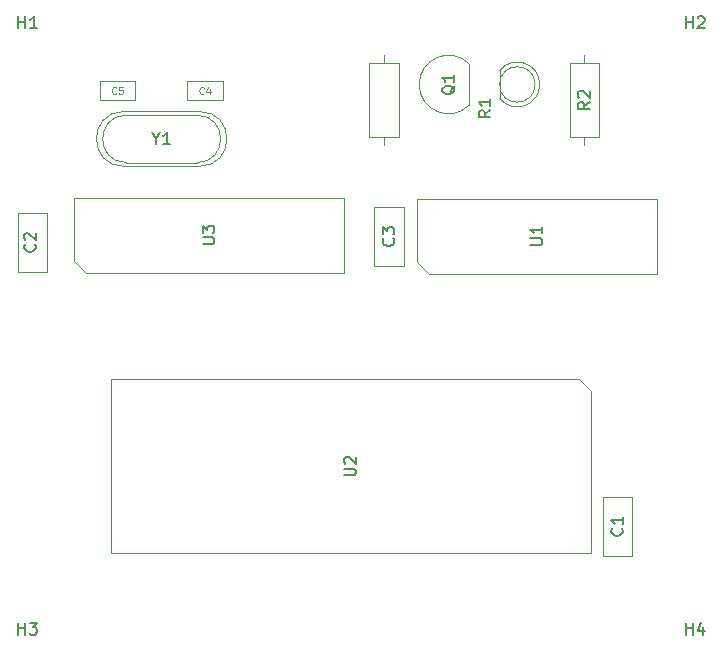
<source format=gbr>
%TF.GenerationSoftware,KiCad,Pcbnew,7.0.11-7.0.11~ubuntu22.04.1*%
%TF.CreationDate,2024-10-25T18:54:13-04:00*%
%TF.ProjectId,colecovision_multicart,636f6c65-636f-4766-9973-696f6e5f6d75,rev?*%
%TF.SameCoordinates,Original*%
%TF.FileFunction,AssemblyDrawing,Top*%
%FSLAX46Y46*%
G04 Gerber Fmt 4.6, Leading zero omitted, Abs format (unit mm)*
G04 Created by KiCad (PCBNEW 7.0.11-7.0.11~ubuntu22.04.1) date 2024-10-25 18:54:13*
%MOMM*%
%LPD*%
G01*
G04 APERTURE LIST*
%ADD10C,0.090000*%
%ADD11C,0.150000*%
%ADD12C,0.100000*%
G04 APERTURE END LIST*
D10*
X125279375Y-67182748D02*
X125250803Y-67211320D01*
X125250803Y-67211320D02*
X125165089Y-67239891D01*
X125165089Y-67239891D02*
X125107946Y-67239891D01*
X125107946Y-67239891D02*
X125022232Y-67211320D01*
X125022232Y-67211320D02*
X124965089Y-67154177D01*
X124965089Y-67154177D02*
X124936518Y-67097034D01*
X124936518Y-67097034D02*
X124907946Y-66982748D01*
X124907946Y-66982748D02*
X124907946Y-66897034D01*
X124907946Y-66897034D02*
X124936518Y-66782748D01*
X124936518Y-66782748D02*
X124965089Y-66725605D01*
X124965089Y-66725605D02*
X125022232Y-66668462D01*
X125022232Y-66668462D02*
X125107946Y-66639891D01*
X125107946Y-66639891D02*
X125165089Y-66639891D01*
X125165089Y-66639891D02*
X125250803Y-66668462D01*
X125250803Y-66668462D02*
X125279375Y-66697034D01*
X125793661Y-66839891D02*
X125793661Y-67239891D01*
X125650803Y-66611320D02*
X125507946Y-67039891D01*
X125507946Y-67039891D02*
X125879375Y-67039891D01*
D11*
X160684380Y-104001866D02*
X160732000Y-104049485D01*
X160732000Y-104049485D02*
X160779619Y-104192342D01*
X160779619Y-104192342D02*
X160779619Y-104287580D01*
X160779619Y-104287580D02*
X160732000Y-104430437D01*
X160732000Y-104430437D02*
X160636761Y-104525675D01*
X160636761Y-104525675D02*
X160541523Y-104573294D01*
X160541523Y-104573294D02*
X160351047Y-104620913D01*
X160351047Y-104620913D02*
X160208190Y-104620913D01*
X160208190Y-104620913D02*
X160017714Y-104573294D01*
X160017714Y-104573294D02*
X159922476Y-104525675D01*
X159922476Y-104525675D02*
X159827238Y-104430437D01*
X159827238Y-104430437D02*
X159779619Y-104287580D01*
X159779619Y-104287580D02*
X159779619Y-104192342D01*
X159779619Y-104192342D02*
X159827238Y-104049485D01*
X159827238Y-104049485D02*
X159874857Y-104001866D01*
X160779619Y-103049485D02*
X160779619Y-103620913D01*
X160779619Y-103335199D02*
X159779619Y-103335199D01*
X159779619Y-103335199D02*
X159922476Y-103430437D01*
X159922476Y-103430437D02*
X160017714Y-103525675D01*
X160017714Y-103525675D02*
X160065333Y-103620913D01*
X110976580Y-79948066D02*
X111024200Y-79995685D01*
X111024200Y-79995685D02*
X111071819Y-80138542D01*
X111071819Y-80138542D02*
X111071819Y-80233780D01*
X111071819Y-80233780D02*
X111024200Y-80376637D01*
X111024200Y-80376637D02*
X110928961Y-80471875D01*
X110928961Y-80471875D02*
X110833723Y-80519494D01*
X110833723Y-80519494D02*
X110643247Y-80567113D01*
X110643247Y-80567113D02*
X110500390Y-80567113D01*
X110500390Y-80567113D02*
X110309914Y-80519494D01*
X110309914Y-80519494D02*
X110214676Y-80471875D01*
X110214676Y-80471875D02*
X110119438Y-80376637D01*
X110119438Y-80376637D02*
X110071819Y-80233780D01*
X110071819Y-80233780D02*
X110071819Y-80138542D01*
X110071819Y-80138542D02*
X110119438Y-79995685D01*
X110119438Y-79995685D02*
X110167057Y-79948066D01*
X110167057Y-79567113D02*
X110119438Y-79519494D01*
X110119438Y-79519494D02*
X110071819Y-79424256D01*
X110071819Y-79424256D02*
X110071819Y-79186161D01*
X110071819Y-79186161D02*
X110119438Y-79090923D01*
X110119438Y-79090923D02*
X110167057Y-79043304D01*
X110167057Y-79043304D02*
X110262295Y-78995685D01*
X110262295Y-78995685D02*
X110357533Y-78995685D01*
X110357533Y-78995685D02*
X110500390Y-79043304D01*
X110500390Y-79043304D02*
X111071819Y-79614732D01*
X111071819Y-79614732D02*
X111071819Y-78995685D01*
X166116095Y-61668819D02*
X166116095Y-60668819D01*
X166116095Y-61145009D02*
X166687523Y-61145009D01*
X166687523Y-61668819D02*
X166687523Y-60668819D01*
X167116095Y-60764057D02*
X167163714Y-60716438D01*
X167163714Y-60716438D02*
X167258952Y-60668819D01*
X167258952Y-60668819D02*
X167497047Y-60668819D01*
X167497047Y-60668819D02*
X167592285Y-60716438D01*
X167592285Y-60716438D02*
X167639904Y-60764057D01*
X167639904Y-60764057D02*
X167687523Y-60859295D01*
X167687523Y-60859295D02*
X167687523Y-60954533D01*
X167687523Y-60954533D02*
X167639904Y-61097390D01*
X167639904Y-61097390D02*
X167068476Y-61668819D01*
X167068476Y-61668819D02*
X167687523Y-61668819D01*
X146557257Y-66516238D02*
X146509638Y-66611476D01*
X146509638Y-66611476D02*
X146414400Y-66706714D01*
X146414400Y-66706714D02*
X146271542Y-66849571D01*
X146271542Y-66849571D02*
X146223923Y-66944809D01*
X146223923Y-66944809D02*
X146223923Y-67040047D01*
X146462019Y-66992428D02*
X146414400Y-67087666D01*
X146414400Y-67087666D02*
X146319161Y-67182904D01*
X146319161Y-67182904D02*
X146128685Y-67230523D01*
X146128685Y-67230523D02*
X145795352Y-67230523D01*
X145795352Y-67230523D02*
X145604876Y-67182904D01*
X145604876Y-67182904D02*
X145509638Y-67087666D01*
X145509638Y-67087666D02*
X145462019Y-66992428D01*
X145462019Y-66992428D02*
X145462019Y-66801952D01*
X145462019Y-66801952D02*
X145509638Y-66706714D01*
X145509638Y-66706714D02*
X145604876Y-66611476D01*
X145604876Y-66611476D02*
X145795352Y-66563857D01*
X145795352Y-66563857D02*
X146128685Y-66563857D01*
X146128685Y-66563857D02*
X146319161Y-66611476D01*
X146319161Y-66611476D02*
X146414400Y-66706714D01*
X146414400Y-66706714D02*
X146462019Y-66801952D01*
X146462019Y-66801952D02*
X146462019Y-66992428D01*
X146462019Y-65611476D02*
X146462019Y-66182904D01*
X146462019Y-65897190D02*
X145462019Y-65897190D01*
X145462019Y-65897190D02*
X145604876Y-65992428D01*
X145604876Y-65992428D02*
X145700114Y-66087666D01*
X145700114Y-66087666D02*
X145747733Y-66182904D01*
X149552619Y-68607091D02*
X149076428Y-68940424D01*
X149552619Y-69178519D02*
X148552619Y-69178519D01*
X148552619Y-69178519D02*
X148552619Y-68797567D01*
X148552619Y-68797567D02*
X148600238Y-68702329D01*
X148600238Y-68702329D02*
X148647857Y-68654710D01*
X148647857Y-68654710D02*
X148743095Y-68607091D01*
X148743095Y-68607091D02*
X148885952Y-68607091D01*
X148885952Y-68607091D02*
X148981190Y-68654710D01*
X148981190Y-68654710D02*
X149028809Y-68702329D01*
X149028809Y-68702329D02*
X149076428Y-68797567D01*
X149076428Y-68797567D02*
X149076428Y-69178519D01*
X149552619Y-67654710D02*
X149552619Y-68226138D01*
X149552619Y-67940424D02*
X148552619Y-67940424D01*
X148552619Y-67940424D02*
X148695476Y-68035662D01*
X148695476Y-68035662D02*
X148790714Y-68130900D01*
X148790714Y-68130900D02*
X148838333Y-68226138D01*
D10*
X117893375Y-67182748D02*
X117864803Y-67211320D01*
X117864803Y-67211320D02*
X117779089Y-67239891D01*
X117779089Y-67239891D02*
X117721946Y-67239891D01*
X117721946Y-67239891D02*
X117636232Y-67211320D01*
X117636232Y-67211320D02*
X117579089Y-67154177D01*
X117579089Y-67154177D02*
X117550518Y-67097034D01*
X117550518Y-67097034D02*
X117521946Y-66982748D01*
X117521946Y-66982748D02*
X117521946Y-66897034D01*
X117521946Y-66897034D02*
X117550518Y-66782748D01*
X117550518Y-66782748D02*
X117579089Y-66725605D01*
X117579089Y-66725605D02*
X117636232Y-66668462D01*
X117636232Y-66668462D02*
X117721946Y-66639891D01*
X117721946Y-66639891D02*
X117779089Y-66639891D01*
X117779089Y-66639891D02*
X117864803Y-66668462D01*
X117864803Y-66668462D02*
X117893375Y-66697034D01*
X118436232Y-66639891D02*
X118150518Y-66639891D01*
X118150518Y-66639891D02*
X118121946Y-66925605D01*
X118121946Y-66925605D02*
X118150518Y-66897034D01*
X118150518Y-66897034D02*
X118207661Y-66868462D01*
X118207661Y-66868462D02*
X118350518Y-66868462D01*
X118350518Y-66868462D02*
X118407661Y-66897034D01*
X118407661Y-66897034D02*
X118436232Y-66925605D01*
X118436232Y-66925605D02*
X118464803Y-66982748D01*
X118464803Y-66982748D02*
X118464803Y-67125605D01*
X118464803Y-67125605D02*
X118436232Y-67182748D01*
X118436232Y-67182748D02*
X118407661Y-67211320D01*
X118407661Y-67211320D02*
X118350518Y-67239891D01*
X118350518Y-67239891D02*
X118207661Y-67239891D01*
X118207661Y-67239891D02*
X118150518Y-67211320D01*
X118150518Y-67211320D02*
X118121946Y-67182748D01*
D11*
X157960219Y-67908466D02*
X157484028Y-68241799D01*
X157960219Y-68479894D02*
X156960219Y-68479894D01*
X156960219Y-68479894D02*
X156960219Y-68098942D01*
X156960219Y-68098942D02*
X157007838Y-68003704D01*
X157007838Y-68003704D02*
X157055457Y-67956085D01*
X157055457Y-67956085D02*
X157150695Y-67908466D01*
X157150695Y-67908466D02*
X157293552Y-67908466D01*
X157293552Y-67908466D02*
X157388790Y-67956085D01*
X157388790Y-67956085D02*
X157436409Y-68003704D01*
X157436409Y-68003704D02*
X157484028Y-68098942D01*
X157484028Y-68098942D02*
X157484028Y-68479894D01*
X157055457Y-67527513D02*
X157007838Y-67479894D01*
X157007838Y-67479894D02*
X156960219Y-67384656D01*
X156960219Y-67384656D02*
X156960219Y-67146561D01*
X156960219Y-67146561D02*
X157007838Y-67051323D01*
X157007838Y-67051323D02*
X157055457Y-67003704D01*
X157055457Y-67003704D02*
X157150695Y-66956085D01*
X157150695Y-66956085D02*
X157245933Y-66956085D01*
X157245933Y-66956085D02*
X157388790Y-67003704D01*
X157388790Y-67003704D02*
X157960219Y-67575132D01*
X157960219Y-67575132D02*
X157960219Y-66956085D01*
X137173619Y-99517104D02*
X137983142Y-99517104D01*
X137983142Y-99517104D02*
X138078380Y-99469485D01*
X138078380Y-99469485D02*
X138126000Y-99421866D01*
X138126000Y-99421866D02*
X138173619Y-99326628D01*
X138173619Y-99326628D02*
X138173619Y-99136152D01*
X138173619Y-99136152D02*
X138126000Y-99040914D01*
X138126000Y-99040914D02*
X138078380Y-98993295D01*
X138078380Y-98993295D02*
X137983142Y-98945676D01*
X137983142Y-98945676D02*
X137173619Y-98945676D01*
X137268857Y-98517104D02*
X137221238Y-98469485D01*
X137221238Y-98469485D02*
X137173619Y-98374247D01*
X137173619Y-98374247D02*
X137173619Y-98136152D01*
X137173619Y-98136152D02*
X137221238Y-98040914D01*
X137221238Y-98040914D02*
X137268857Y-97993295D01*
X137268857Y-97993295D02*
X137364095Y-97945676D01*
X137364095Y-97945676D02*
X137459333Y-97945676D01*
X137459333Y-97945676D02*
X137602190Y-97993295D01*
X137602190Y-97993295D02*
X138173619Y-98564723D01*
X138173619Y-98564723D02*
X138173619Y-97945676D01*
X166116095Y-113002219D02*
X166116095Y-112002219D01*
X166116095Y-112478409D02*
X166687523Y-112478409D01*
X166687523Y-113002219D02*
X166687523Y-112002219D01*
X167592285Y-112335552D02*
X167592285Y-113002219D01*
X167354190Y-111954600D02*
X167116095Y-112668885D01*
X167116095Y-112668885D02*
X167735142Y-112668885D01*
X141329580Y-79450066D02*
X141377200Y-79497685D01*
X141377200Y-79497685D02*
X141424819Y-79640542D01*
X141424819Y-79640542D02*
X141424819Y-79735780D01*
X141424819Y-79735780D02*
X141377200Y-79878637D01*
X141377200Y-79878637D02*
X141281961Y-79973875D01*
X141281961Y-79973875D02*
X141186723Y-80021494D01*
X141186723Y-80021494D02*
X140996247Y-80069113D01*
X140996247Y-80069113D02*
X140853390Y-80069113D01*
X140853390Y-80069113D02*
X140662914Y-80021494D01*
X140662914Y-80021494D02*
X140567676Y-79973875D01*
X140567676Y-79973875D02*
X140472438Y-79878637D01*
X140472438Y-79878637D02*
X140424819Y-79735780D01*
X140424819Y-79735780D02*
X140424819Y-79640542D01*
X140424819Y-79640542D02*
X140472438Y-79497685D01*
X140472438Y-79497685D02*
X140520057Y-79450066D01*
X140424819Y-79116732D02*
X140424819Y-78497685D01*
X140424819Y-78497685D02*
X140805771Y-78831018D01*
X140805771Y-78831018D02*
X140805771Y-78688161D01*
X140805771Y-78688161D02*
X140853390Y-78592923D01*
X140853390Y-78592923D02*
X140901009Y-78545304D01*
X140901009Y-78545304D02*
X140996247Y-78497685D01*
X140996247Y-78497685D02*
X141234342Y-78497685D01*
X141234342Y-78497685D02*
X141329580Y-78545304D01*
X141329580Y-78545304D02*
X141377200Y-78592923D01*
X141377200Y-78592923D02*
X141424819Y-78688161D01*
X141424819Y-78688161D02*
X141424819Y-78973875D01*
X141424819Y-78973875D02*
X141377200Y-79069113D01*
X141377200Y-79069113D02*
X141329580Y-79116732D01*
X109601095Y-61668819D02*
X109601095Y-60668819D01*
X109601095Y-61145009D02*
X110172523Y-61145009D01*
X110172523Y-61668819D02*
X110172523Y-60668819D01*
X111172523Y-61668819D02*
X110601095Y-61668819D01*
X110886809Y-61668819D02*
X110886809Y-60668819D01*
X110886809Y-60668819D02*
X110791571Y-60811676D01*
X110791571Y-60811676D02*
X110696333Y-60906914D01*
X110696333Y-60906914D02*
X110601095Y-60954533D01*
X109601095Y-113002219D02*
X109601095Y-112002219D01*
X109601095Y-112478409D02*
X110172523Y-112478409D01*
X110172523Y-113002219D02*
X110172523Y-112002219D01*
X110553476Y-112002219D02*
X111172523Y-112002219D01*
X111172523Y-112002219D02*
X110839190Y-112383171D01*
X110839190Y-112383171D02*
X110982047Y-112383171D01*
X110982047Y-112383171D02*
X111077285Y-112430790D01*
X111077285Y-112430790D02*
X111124904Y-112478409D01*
X111124904Y-112478409D02*
X111172523Y-112573647D01*
X111172523Y-112573647D02*
X111172523Y-112811742D01*
X111172523Y-112811742D02*
X111124904Y-112906980D01*
X111124904Y-112906980D02*
X111077285Y-112954600D01*
X111077285Y-112954600D02*
X110982047Y-113002219D01*
X110982047Y-113002219D02*
X110696333Y-113002219D01*
X110696333Y-113002219D02*
X110601095Y-112954600D01*
X110601095Y-112954600D02*
X110553476Y-112906980D01*
X125184794Y-79946304D02*
X125994317Y-79946304D01*
X125994317Y-79946304D02*
X126089555Y-79898685D01*
X126089555Y-79898685D02*
X126137175Y-79851066D01*
X126137175Y-79851066D02*
X126184794Y-79755828D01*
X126184794Y-79755828D02*
X126184794Y-79565352D01*
X126184794Y-79565352D02*
X126137175Y-79470114D01*
X126137175Y-79470114D02*
X126089555Y-79422495D01*
X126089555Y-79422495D02*
X125994317Y-79374876D01*
X125994317Y-79374876D02*
X125184794Y-79374876D01*
X125184794Y-78993923D02*
X125184794Y-78374876D01*
X125184794Y-78374876D02*
X125565746Y-78708209D01*
X125565746Y-78708209D02*
X125565746Y-78565352D01*
X125565746Y-78565352D02*
X125613365Y-78470114D01*
X125613365Y-78470114D02*
X125660984Y-78422495D01*
X125660984Y-78422495D02*
X125756222Y-78374876D01*
X125756222Y-78374876D02*
X125994317Y-78374876D01*
X125994317Y-78374876D02*
X126089555Y-78422495D01*
X126089555Y-78422495D02*
X126137175Y-78470114D01*
X126137175Y-78470114D02*
X126184794Y-78565352D01*
X126184794Y-78565352D02*
X126184794Y-78851066D01*
X126184794Y-78851066D02*
X126137175Y-78946304D01*
X126137175Y-78946304D02*
X126089555Y-78993923D01*
X152947019Y-80035304D02*
X153756542Y-80035304D01*
X153756542Y-80035304D02*
X153851780Y-79987685D01*
X153851780Y-79987685D02*
X153899400Y-79940066D01*
X153899400Y-79940066D02*
X153947019Y-79844828D01*
X153947019Y-79844828D02*
X153947019Y-79654352D01*
X153947019Y-79654352D02*
X153899400Y-79559114D01*
X153899400Y-79559114D02*
X153851780Y-79511495D01*
X153851780Y-79511495D02*
X153756542Y-79463876D01*
X153756542Y-79463876D02*
X152947019Y-79463876D01*
X153947019Y-78463876D02*
X153947019Y-79035304D01*
X153947019Y-78749590D02*
X152947019Y-78749590D01*
X152947019Y-78749590D02*
X153089876Y-78844828D01*
X153089876Y-78844828D02*
X153185114Y-78940066D01*
X153185114Y-78940066D02*
X153232733Y-79035304D01*
X121247184Y-71009628D02*
X121247184Y-71485819D01*
X120913851Y-70485819D02*
X121247184Y-71009628D01*
X121247184Y-71009628D02*
X121580517Y-70485819D01*
X122437660Y-71485819D02*
X121866232Y-71485819D01*
X122151946Y-71485819D02*
X122151946Y-70485819D01*
X122151946Y-70485819D02*
X122056708Y-70628676D01*
X122056708Y-70628676D02*
X121961470Y-70723914D01*
X121961470Y-70723914D02*
X121866232Y-70771533D01*
D12*
%TO.C,C4*%
X126879375Y-67767000D02*
X126879375Y-66167000D01*
X126879375Y-66167000D02*
X123879375Y-66167000D01*
X123879375Y-67767000D02*
X126879375Y-67767000D01*
X123879375Y-66167000D02*
X123879375Y-67767000D01*
%TO.C,C1*%
X159074800Y-106335200D02*
X161574800Y-106335200D01*
X161574800Y-106335200D02*
X161574800Y-101335200D01*
X159074800Y-101335200D02*
X159074800Y-106335200D01*
X161574800Y-101335200D02*
X159074800Y-101335200D01*
%TO.C,C2*%
X112044800Y-77281400D02*
X109544800Y-77281400D01*
X109544800Y-77281400D02*
X109544800Y-82281400D01*
X112044800Y-82281400D02*
X112044800Y-77281400D01*
X109544800Y-82281400D02*
X112044800Y-82281400D01*
%TO.C,Q1*%
X147757200Y-68161000D02*
X147757200Y-64661000D01*
X143527200Y-66421000D02*
G75*
G03*
X147760825Y-68174625I2480000J0D01*
G01*
X147760825Y-64667375D02*
G75*
G03*
X143527200Y-66421000I-1753625J-1753625D01*
G01*
%TO.C,R1*%
X140538200Y-63931800D02*
X140538200Y-64591800D01*
X141788200Y-64591800D02*
X139288200Y-64591800D01*
X139288200Y-64591800D02*
X139288200Y-70891800D01*
X141788200Y-70891800D02*
X141788200Y-64591800D01*
X139288200Y-70891800D02*
X141788200Y-70891800D01*
X140538200Y-71551800D02*
X140538200Y-70891800D01*
%TO.C,C5*%
X119493375Y-67767000D02*
X119493375Y-66167000D01*
X119493375Y-66167000D02*
X116493375Y-66167000D01*
X116493375Y-67767000D02*
X119493375Y-67767000D01*
X116493375Y-66167000D02*
X116493375Y-67767000D01*
%TO.C,R2*%
X157505400Y-63931800D02*
X157505400Y-64591800D01*
X158755400Y-64591800D02*
X156255400Y-64591800D01*
X156255400Y-64591800D02*
X156255400Y-70891800D01*
X158755400Y-70891800D02*
X158755400Y-64591800D01*
X156255400Y-70891800D02*
X158755400Y-70891800D01*
X157505400Y-71551800D02*
X157505400Y-70891800D01*
%TO.C,U2*%
X157038800Y-91390200D02*
X158038800Y-92390200D01*
X117398800Y-91390200D02*
X157038800Y-91390200D01*
X158038800Y-92390200D02*
X158038800Y-106120200D01*
X158038800Y-106120200D02*
X117398800Y-106120200D01*
X117398800Y-106120200D02*
X117398800Y-91390200D01*
%TO.C,C3*%
X139720000Y-81783400D02*
X142220000Y-81783400D01*
X142220000Y-81783400D02*
X142220000Y-76783400D01*
X139720000Y-76783400D02*
X139720000Y-81783400D01*
X142220000Y-76783400D02*
X139720000Y-76783400D01*
%TO.C,D1*%
X150336200Y-65254810D02*
X150336200Y-67587190D01*
X150335646Y-67586475D02*
G75*
G03*
X150336201Y-65254810I1500554J1165475D01*
G01*
X153336200Y-66421000D02*
G75*
G03*
X150336200Y-66421000I-1500000J0D01*
G01*
X150336200Y-66421000D02*
G75*
G03*
X153336200Y-66421000I1500000J0D01*
G01*
%TO.C,U3*%
X115299975Y-82359400D02*
X114299975Y-81359400D01*
X137159975Y-82359400D02*
X115299975Y-82359400D01*
X114299975Y-81359400D02*
X114299975Y-76009400D01*
X114299975Y-76009400D02*
X137159975Y-76009400D01*
X137159975Y-76009400D02*
X137159975Y-82359400D01*
%TO.C,U1*%
X144332200Y-82448400D02*
X143332200Y-81448400D01*
X163652200Y-82448400D02*
X144332200Y-82448400D01*
X143332200Y-81448400D02*
X143332200Y-76098400D01*
X143332200Y-76098400D02*
X163652200Y-76098400D01*
X163652200Y-76098400D02*
X163652200Y-82448400D01*
%TO.C,Y1*%
X124923375Y-73356000D02*
X118523375Y-73356000D01*
X124923375Y-68706000D02*
X118523375Y-68706000D01*
X124723375Y-73031000D02*
X118723375Y-73031000D01*
X124723375Y-69031000D02*
X118723375Y-69031000D01*
X124923375Y-73356000D02*
G75*
G03*
X124923375Y-68706000I0J2325000D01*
G01*
X124723375Y-73031000D02*
G75*
G03*
X124723375Y-69031000I0J2000000D01*
G01*
X118723375Y-69031000D02*
G75*
G03*
X118723375Y-73031000I0J-2000000D01*
G01*
X118523375Y-68706000D02*
G75*
G03*
X118523375Y-73356000I0J-2325000D01*
G01*
%TD*%
M02*

</source>
